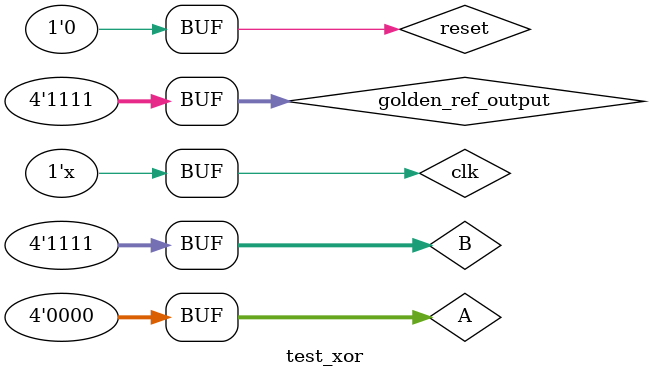
<source format=sv>
 `timescale 10 ns / 1 ps
 module test_xor();
 reg clk=0;
 reg reset=0;
 reg [3:0] A=0, B=0;
 reg [3:0] Y; 
 reg [3:0] i;

 wire [3:0] golden_ref_output;


 always #5 clk=~clk;


 initial 
	begin
		reset=1'b1;
		#10 reset=1'b0;
		#10 A=4'b0000;
		#0 B=4'b0000;

		#10 A=4'b0000;
		#0 B=4'b0001;

		#10 A=4'b0000;
		#0 B=4'b0011;

		#10 A=4'b0000;
		#0 B=4'b0111;

		#10 A=4'b0000;
		#0 B=4'b1111;

		#10 A=4'b1111;
		#0 B=4'b1111;

		#10 A=4'b0111;
		#0 B=4'b1111;

		#10 A=4'b0011;
		#0 B=4'b1111;

		#10 A=4'b0001;
		#0 B=4'b1111;

		#10 A=4'b0000;
		#0 B=4'b1111;
	end

   assign golden_ref_output = A^B;



 xor_design u0_xordesign(.clk(clk),
						 .reset(reset),
						 .a(A),
						 .b(B),
						 .y(Y));
 endmodule

</source>
